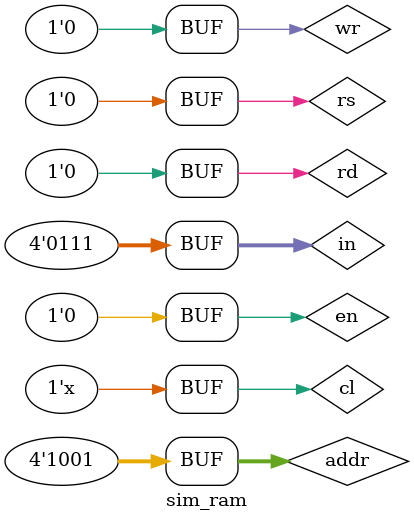
<source format=v>
`timescale 1ns / 1ps


module sim_ram(

    );
    reg rd,wr,cl,rs,en;
    reg [3:0] addr;
    reg [3:0] in;
    wire [3:0] out;
    ram myram(rd,wr,cl,rs,en,addr,in,out);
    initial begin
        rd<=0;wr<=0;cl<=0;cl<=0;rs<=0;en<=0;
        addr<=4'b0;
        in<=4'b0;
        #10
        en<=1;wr<=1;addr<=4'b1001;
        in<=7;
        #20
        wr<=0;rd<=1;#20
        rs<=1;rd<=0;#20
        rd<=1;rs<=0;#20
        rd<=0;en<=0;
    end
    always@(*)begin
    #5
    cl<=~cl;
    end
endmodule

</source>
